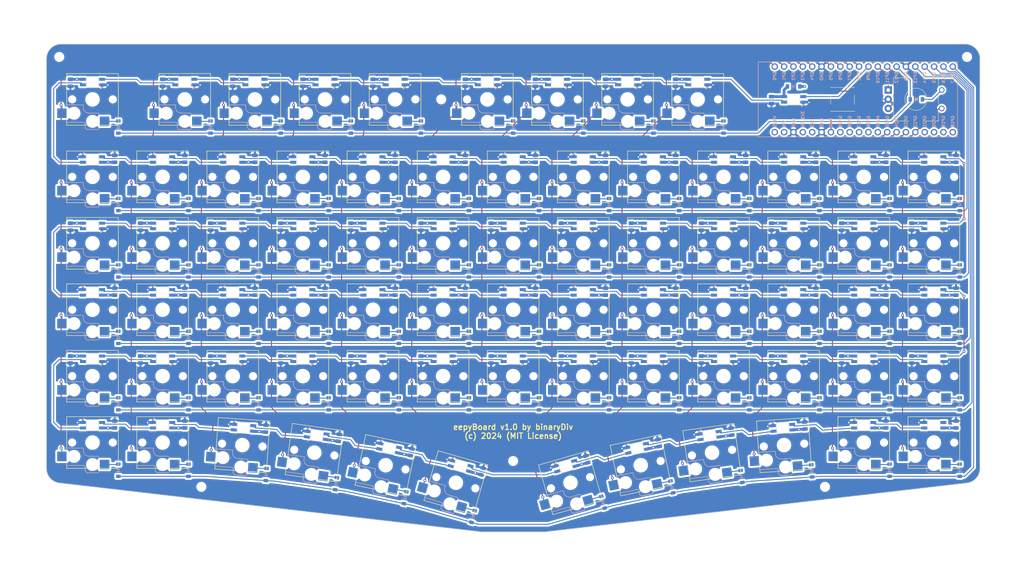
<source format=kicad_pcb>
(kicad_pcb
	(version 20240108)
	(generator "pcbnew")
	(generator_version "8.0")
	(general
		(thickness 1.6)
		(legacy_teardrops no)
	)
	(paper "A3")
	(title_block
		(title "eepyboard")
		(rev "1.0")
		(company "binaryDiv")
	)
	(layers
		(0 "F.Cu" signal)
		(1 "In1.Cu" power)
		(2 "In2.Cu" power)
		(31 "B.Cu" signal)
		(32 "B.Adhes" user "B.Adhesive")
		(33 "F.Adhes" user "F.Adhesive")
		(34 "B.Paste" user)
		(35 "F.Paste" user)
		(36 "B.SilkS" user "B.Silkscreen")
		(37 "F.SilkS" user "F.Silkscreen")
		(38 "B.Mask" user)
		(39 "F.Mask" user)
		(40 "Dwgs.User" user "User.Drawings")
		(41 "Cmts.User" user "User.Comments")
		(42 "Eco1.User" user "User.Eco1")
		(43 "Eco2.User" user "User.Eco2")
		(44 "Edge.Cuts" user)
		(45 "Margin" user)
		(46 "B.CrtYd" user "B.Courtyard")
		(47 "F.CrtYd" user "F.Courtyard")
		(48 "B.Fab" user)
		(49 "F.Fab" user)
	)
	(setup
		(stackup
			(layer "F.SilkS"
				(type "Top Silk Screen")
			)
			(layer "F.Paste"
				(type "Top Solder Paste")
			)
			(layer "F.Mask"
				(type "Top Solder Mask")
				(thickness 0.01)
			)
			(layer "F.Cu"
				(type "copper")
				(thickness 0.035)
			)
			(layer "dielectric 1"
				(type "prepreg")
				(thickness 0.1)
				(material "FR4")
				(epsilon_r 4.5)
				(loss_tangent 0.02)
			)
			(layer "In1.Cu"
				(type "copper")
				(thickness 0.035)
			)
			(layer "dielectric 2"
				(type "core")
				(thickness 1.24)
				(material "FR4")
				(epsilon_r 4.5)
				(loss_tangent 0.02)
			)
			(layer "In2.Cu"
				(type "copper")
				(thickness 0.035)
			)
			(layer "dielectric 3"
				(type "prepreg")
				(thickness 0.1)
				(material "FR4")
				(epsilon_r 4.5)
				(loss_tangent 0.02)
			)
			(layer "B.Cu"
				(type "copper")
				(thickness 0.035)
			)
			(layer "B.Mask"
				(type "Bottom Solder Mask")
				(thickness 0.01)
			)
			(layer "B.Paste"
				(type "Bottom Solder Paste")
			)
			(layer "B.SilkS"
				(type "Bottom Silk Screen")
			)
			(copper_finish "None")
			(dielectric_constraints no)
		)
		(pad_to_mask_clearance 0.05)
		(allow_soldermask_bridges_in_footprints no)
		(pcbplotparams
			(layerselection 0x00010fc_ffffffff)
			(plot_on_all_layers_selection 0x0000000_00000000)
			(disableapertmacros no)
			(usegerberextensions no)
			(usegerberattributes yes)
			(usegerberadvancedattributes yes)
			(creategerberjobfile yes)
			(dashed_line_dash_ratio 12.000000)
			(dashed_line_gap_ratio 3.000000)
			(svgprecision 4)
			(plotframeref no)
			(viasonmask no)
			(mode 1)
			(useauxorigin no)
			(hpglpennumber 1)
			(hpglpenspeed 20)
			(hpglpendiameter 15.000000)
			(pdf_front_fp_property_popups yes)
			(pdf_back_fp_property_popups yes)
			(dxfpolygonmode yes)
			(dxfimperialunits yes)
			(dxfusepcbnewfont yes)
			(psnegative no)
			(psa4output no)
			(plotreference yes)
			(plotvalue yes)
			(plotfptext yes)
			(plotinvisibletext no)
			(sketchpadsonfab no)
			(subtractmaskfromsilk no)
			(outputformat 1)
			(mirror no)
			(drillshape 0)
			(scaleselection 1)
			(outputdirectory "gerber/rev1/")
		)
	)
	(net 0 "")
	(net 1 "VCC")
	(net 2 "VIN")
	(net 3 "GND")
	(net 4 "3V3_EN")
	(net 5 "3V3")
	(net 6 "RUN")
	(net 7 "GP29")
	(net 8 "GP28")
	(net 9 "GP27")
	(net 10 "GP26")
	(net 11 "AGND")
	(net 12 "GP25")
	(net 13 "GP24")
	(net 14 "GP23")
	(net 15 "GP22")
	(net 16 "GP21")
	(net 17 "GP20")
	(net 18 "GP19")
	(net 19 "GP18")
	(net 20 "GP0")
	(net 21 "GP1")
	(net 22 "GP2")
	(net 23 "GP3")
	(net 24 "GP4")
	(net 25 "GP5")
	(net 26 "GP6")
	(net 27 "GP7")
	(net 28 "GP8")
	(net 29 "GP9")
	(net 30 "GP10")
	(net 31 "GP11")
	(net 32 "GP12")
	(net 33 "GP13")
	(net 34 "GP14")
	(net 35 "GP15")
	(net 36 "GP16")
	(net 37 "GP17")
	(net 38 "zero_mods")
	(net 39 "zero_bottom")
	(net 40 "zero_home")
	(net 41 "zero_top")
	(net 42 "zero_numbers")
	(net 43 "one_mods")
	(net 44 "one_bottom")
	(net 45 "one_home")
	(net 46 "one_top")
	(net 47 "one_numbers")
	(net 48 "two_bottom")
	(net 49 "two_home")
	(net 50 "two_top")
	(net 51 "two_numbers")
	(net 52 "three_bottom")
	(net 53 "three_home")
	(net 54 "three_top")
	(net 55 "three_numbers")
	(net 56 "four_bottom")
	(net 57 "four_home")
	(net 58 "four_top")
	(net 59 "four_numbers")
	(net 60 "five_bottom")
	(net 61 "five_home")
	(net 62 "five_top")
	(net 63 "five_numbers")
	(net 64 "six_bottom")
	(net 65 "six_home")
	(net 66 "six_top")
	(net 67 "six_numbers")
	(net 68 "seven_bottom")
	(net 69 "seven_home")
	(net 70 "seven_top")
	(net 71 "seven_numbers")
	(net 72 "eight_bottom")
	(net 73 "eight_home")
	(net 74 "eight_top")
	(net 75 "eight_numbers")
	(net 76 "nine_bottom")
	(net 77 "nine_home")
	(net 78 "nine_top")
	(net 79 "nine_numbers")
	(net 80 "ten_bottom")
	(net 81 "ten_home")
	(net 82 "ten_top")
	(net 83 "ten_numbers")
	(net 84 "eleven_mods")
	(net 85 "eleven_bottom")
	(net 86 "eleven_home")
	(net 87 "eleven_top")
	(net 88 "eleven_numbers")
	(net 89 "twelve_mods")
	(net 90 "twelve_bottom")
	(net 91 "twelve_home")
	(net 92 "twelve_top")
	(net 93 "twelve_numbers")
	(net 94 "one_default")
	(net 95 "two_default")
	(net 96 "three_default")
	(net 97 "four_default")
	(net 98 "mirror_one_default")
	(net 99 "mirror_two_default")
	(net 100 "mirror_three_default")
	(net 101 "mirror_four_default")
	(net 102 "esc_default")
	(net 103 "f1_default")
	(net 104 "f2_default")
	(net 105 "f3_default")
	(net 106 "f4_default")
	(net 107 "f5_default")
	(net 108 "f6_default")
	(net 109 "f7_default")
	(net 110 "f8_default")
	(net 111 "rotary_default")
	(net 112 "led_dout_primary_one_bottom")
	(net 113 "led_dout_primary_zero_bottom")
	(net 114 "led_dout_primary_one_top")
	(net 115 "led_dout_primary_zero_top")
	(net 116 "led_dout_primary_two_bottom")
	(net 117 "led_dout_primary_two_top")
	(net 118 "led_dout_primary_three_bottom")
	(net 119 "led_dout_primary_three_top")
	(net 120 "led_dout_primary_four_bottom")
	(net 121 "led_dout_primary_four_top")
	(net 122 "led_dout_primary_five_bottom")
	(net 123 "led_dout_primary_five_top")
	(net 124 "led_dout_primary_six_bottom")
	(net 125 "led_dout_primary_six_top")
	(net 126 "led_dout_primary_seven_bottom")
	(net 127 "led_dout_primary_seven_top")
	(net 128 "led_dout_primary_eight_bottom")
	(net 129 "led_dout_primary_eight_top")
	(net 130 "led_dout_primary_nine_bottom")
	(net 131 "led_dout_primary_nine_top")
	(net 132 "led_dout_primary_ten_bottom")
	(net 133 "led_dout_primary_ten_top")
	(net 134 "led_dout_primary_eleven_bottom")
	(net 135 "led_dout_primary_eleven_top")
	(net 136 "led_dout_primary_twelve_bottom")
	(net 137 "led_dout_primary_twelve_top")
	(net 138 "led_dout_primary_twelve_home")
	(net 139 "led_dout_primary_twelve_numbers")
	(net 140 "led_dout_function_f1_default")
	(net 141 "led_dout_function_esc_default")
	(net 142 "led_dout_function_f2_default")
	(net 143 "led_dout_function_f3_default")
	(net 144 "led_dout_function_f4_default")
	(net 145 "led_dout_function_f5_default")
	(net 146 "led_dout_function_f6_default")
	(net 147 "led_dout_function_f7_default")
	(net 148 "led_dout_function_f8_default")
	(net 149 "led_dout_status_led")
	(net 150 "led_dout_primary_zero_mods")
	(net 151 "led_dout_primary_zero_home")
	(net 152 "led_dout_primary_zero_numbers")
	(net 153 "led_dout_primary_one_mods")
	(net 154 "led_dout_primary_one_home")
	(net 155 "led_dout_primary_one_numbers")
	(net 156 "led_dout_primary_two_home")
	(net 157 "led_dout_primary_two_numbers")
	(net 158 "led_dout_primary_three_home")
	(net 159 "led_dout_primary_three_numbers")
	(net 160 "led_dout_primary_four_home")
	(net 161 "led_dout_primary_four_numbers")
	(net 162 "led_dout_primary_five_home")
	(net 163 "led_dout_primary_five_numbers")
	(net 164 "led_dout_primary_six_home")
	(net 165 "led_dout_primary_six_numbers")
	(net 166 "led_dout_primary_seven_home")
	(net 167 "led_dout_primary_seven_numbers")
	(net 168 "led_dout_primary_eight_home")
	(net 169 "led_dout_primary_eight_numbers")
	(net 170 "led_dout_primary_nine_home")
	(net 171 "led_dout_primary_nine_numbers")
	(net 172 "led_dout_primary_ten_home")
	(net 173 "led_dout_primary_ten_numbers")
	(net 174 "led_dout_thumb_mirror_one_default")
	(net 175 "led_dout_primary_eleven_mods")
	(net 176 "led_dout_primary_eleven_home")
	(net 177 "led_dout_primary_eleven_numbers")
	(net 178 "led_dout_primary_twelve_mods")
	(net 179 "led_dout_thumb_one_default")
	(net 180 "led_dout_thumb_two_default")
	(net 181 "led_dout_thumb_three_default")
	(net 182 "led_dout_thumb_four_default")
	(net 183 "led_dout_thumb_mirror_two_default")
	(net 184 "led_dout_thumb_mirror_three_default")
	(net 185 "led_dout_thumb_mirror_four_default")
	(net 186 "VCC_status_led")
	(footprint "PG1350" (layer "F.Cu") (at 271.082827 95.91234 180))
	(footprint "SK6812-MINI-E" (layer "F.Cu") (at 233.082832 127.212336))
	(footprint "PG1350" (layer "F.Cu") (at 309.082833 113.912336 180))
	(footprint "SK6812-MINI-E" (layer "F.Cu") (at 138.082828 73.212341 180))
	(footprint "PG1350" (layer "F.Cu") (at 119.082827 131.91234 180))
	(footprint "SK6812-MINI-E" (layer "F.Cu") (at 267.314894 147.993189 -172))
	(footprint "PG1350" (layer "F.Cu") (at 271.082829 113.912343 180))
	(footprint "PG1350" (layer "F.Cu") (at 309.082828 77.912335 180))
	(footprint "SK6812-MINI-E" (layer "F.Cu") (at 214.082827 127.212341))
	(footprint "PG1350" (layer "F.Cu") (at 214.082829 95.912335 180))
	(footprint "MountingHole_2.2mm_M2" (layer "F.Cu") (at 214.08283 154.912338))
	(footprint "PG1350" (layer "F.Cu") (at 233.082828 95.912343 180))
	(footprint "PG1350" (layer "F.Cu") (at 214.082828 77.912343 180))
	(footprint "MountingHole_2.2mm_M2" (layer "F.Cu") (at 194.58283 56.912343))
	(footprint "SK6812-MINI-E" (layer "F.Cu") (at 119.082826 91.212337))
	(footprint "MountingHole_2.2mm_M2" (layer "F.Cu") (at 337.082829 45.412336))
	(footprint "PG1350" (layer "F.Cu") (at 214.082828 131.91234 180))
	(footprint "PG1350" (layer "F.Cu") (at 252.082829 113.912339 180))
	(footprint "SK6812-MINI-E" (layer "F.Cu") (at 100.082827 127.212344))
	(footprint "PG1350" (layer "F.Cu") (at 245.082826 56.912345 180))
	(footprint "SK6812-MINI-E" (layer "F.Cu") (at 182.082832 52.212337))
	(footprint "SK6812-MINI-E" (layer "F.Cu") (at 228.320994 156.281597 -164))
	(footprint "PG1350" (layer "F.Cu") (at 290.082833 95.912333 180))
	(footprint "SK6812-MINI-E" (layer "F.Cu") (at 119.082832 145.212345 180))
	(footprint "PG1350" (layer "F.Cu") (at 198.549171 160.799525 164))
	(footprint "SK6812-MINI-E" (layer "F.Cu") (at 264.082827 52.212345))
	(footprint "PG1350" (layer "F.Cu") (at 309.082828 95.912341 180))
	(footprint "PG1350"
		(layer "F.Cu")
		(uuid "30cd4c5d-00cb-4547-8f5b-e53290aadede")
		(at 252.082826 131.912335 180)
		(property "Reference" "S35"
			(at 0 0 0)
			(layer "F.SilkS")
			(hide yes)
			(uuid "bf21efef-1956-48a7-a7a0-8cdc459b0fa1")
			(effects
				(font
					(size 1.27 1.27)
					(thickness 0.15)
				)
			)
		)
		(property "Value" ""
			(at 0 0 0)
			(layer "F.SilkS")
			(hide yes)
			(uuid "9b78634a-df9d-41a5-9763-e1ce22e6b6e8")
			(effects
				(font
					(size 1.27 1.27)
					(thickness 0.15)
				)
			)
		)
		(property "Footprint" ""
			(at 0 0 0)
			(layer "F.Fab")
			(hide yes)
			(uuid "07ffe6cf-5b32-462e-927d-e90ef4e21e22")
			(effects
				(font
					(size 1.27 1.27)
					(thickness 0.15)
				)
			)
		)
		(property "Datasheet" ""
			(at 0 0 0)
			(layer "F.Fab")
			(hide yes)
			(uuid "ceb1b8d1-f096-42c2-a717-0fbc0c3a752a")
			(effects
				(font
					(size 1.27 1.27)
					(thickness 0.15)
				)
			)
		)
		(property "Description" ""
			(at 0 0 0)
			(layer "F.Fab")
			(hide yes)
			(uuid "0156eb17-e086-4317-b057-04e25b98424c")
			(effects
				(font
					(size 1.27 1.27)
					(thickness 0.15)
				)
			)
		)
		(attr smd)
		(fp_line
			(start 7 -1.5)
			(end 7 -2)
			(stroke
				(width 0.15)
				(type solid)
			)
			(layer "B.SilkS")
			(uuid "510bd869-2d62-43bd-84f2-e45a8125353e")
		)
		(fp_line
			(start 7 -5.599999)
			(end 6.999999 -6.2)
			(stroke
				(width 0.15)
				(type solid)
			)
			(layer "B.SilkS")
			(uuid "0512f40f-0bf8-4986-bdfe-2caf536e0c99")
		)
		(fp_line
			(start 6.999999 -6.2)
			(end 2.5 -6.2)
			(stroke
				(width 0.15)
				(type solid)
			)
			(layer "B.SilkS")
			(uuid "08cb0f8b-1908-4227-a1e7-05bfa04d3a91")
		)
		(fp_line
			(start 2.5 -1.5)
			(end 7 -1.5)
			(stroke
				(width 0.15)
				(type solid)
			)
			(layer "B.SilkS")
			(uuid "76f701a3-b2c5-4f55-8b4e-38638f3ccb77")
		)
		(fp_line
			(start 2.499999 -2.2)
			(end 2.5 -1.5)
			(stroke
				(width 0.15)
				(type solid)
			)
			(layer "B.SilkS")
			(uuid "1dadb872-ceb6-4028-a51c-487aa0078012")
		)
		(fp_line
			(start 2 -6.7)
			(end 2 -7.7)
			(stroke
				(width 0.15)
				(type solid)
			)
			(layer "B.SilkS")
			(uuid "2c432298-de99-4f10-908b-4db5129db134")
		)
		(fp_line
			(start 1.5 -8.2)
			(end 2 -7.7)
			(stroke
				(width 0.15)
				(type solid)
			)
			(layer "B.SilkS")
			(uuid "eda75977-4982-4edf-9654-99ea20bca5b4")
		)
		(fp_line
			(start -1.5 -3.7)
			(end 1.000002 -3.7)
			(stroke
				(width 0.15)
				(type solid)
			)
			(layer "B.SilkS")
			(uuid "78751912-9d0b-406a-9329-a79f75a422eb")
		)
		(fp_line
			(start -1.5 -8.2)
			(end 1.5 -8.2)
			(stroke
				(width 0.15)
				(type solid)
			)
			(layer "B.SilkS")
			(uuid "9f959b69-fe69-4d64-97b4-96bd06119a58")
		)
		(fp_line
			(start -2 -4.200002)
			(end -1.5 -3.7)
			(stroke
				(width 0.15)
				(type solid)
			)
			(layer "B.SilkS")
			(uuid "d35a586d-0ff1-4ec2-9eee-0140936b1a30")
		)
		(fp_line
			(start -2 -7.7)
			(end -1.5 -8.2)
			(stroke
				(width 0.15)
				(type solid)
			)
			(layer "B.SilkS")
			(uuid "6caeece9-00f7-4c6e-b3e5-34e5ac1f1543")
		)
		(fp_arc
			(start 2.5 -6.2)
			(mid 2.146447 -6.346447)
			(end 2 -6.7)
			(stroke
				(width 0.15)
				(type solid)
			)
			(layer "B.SilkS")
			(uuid "475df2aa-9dc5-47ea-a0ac-29fd6db8a089")
		)
		(fp_arc
			(start 1.000002 -3.7)
			(mid 2.060661 -3.260659)
			(end 2.499999 -2.2)
			(stroke
				(width 0.15)
				(type solid)
			)
			(layer "B.SilkS")
			(uuid "5a8528b8-d513-48cb-a47e-3c760e64209e")
		)
		(fp_line
			(start 7 7)
			(end -7 7)
			(stroke
				(width 0.15)
				(type solid)
			)
			(layer "F.SilkS")
			(uuid "ccbcefb3-ead7-43ba-ba5a-f8cbe550c2e2")
		)
		(fp_line
			(start 7 -7)
			(end 7 7)
			(stroke
				(width 0.15)
				(type solid)
			)
			(layer "F.SilkS")
			(uuid "3c37d492-354e-45fe-b78b-964734ca495b")
		)
		(fp_line
			(start 1.5 -7)
			(end 7 -7)
			(stroke
				(width 0.15)
				(type solid)
			)
			(layer "F.SilkS")
			(uuid "aee64d9b-1500-45f8-9594-c0bca09cfdc4")
		)
		(fp_line
			(start -7 7)
			(end -7 -7)
			(stroke
				(width 0.15)
				(type solid)
			)
			(layer "F.SilkS")
			(uuid "16a6cfe4-f6f0-4658-b50c-5d462ae11a16")
		)
		(fp_line
			(start -7 -7)
			(end -1.5 -7)
			(stroke
				(width 0.15)
				(type solid)
			)
			(layer "F.SilkS")
			(uuid "25956645-edd7-44ae-9814-35c2d6e346b0")
		)
		(fp_line
			(start 8.999994 8.499999)
			(end -8.999994 8.499999)
			(stroke
				(width 0.15)
				(type solid)
			)
			(layer "Dwgs.User")
			(uuid "7e3d98fb-ebe3-4641-97db-3b4cf0dc7131")
		)
		(fp_line
			(start 8.999994 -8.499999)
			(end 8.999994 8.499999)
			(stroke
				(width 0.15)
				(type solid)
			)
			(layer "Dwgs.User")
			(uuid "57c94066-a61d-49d4-ae36-f3ec7368fcab")
		)
		(fp_line
			(start 2.6 6.3)
			(end -2.6 6.3)
			(stroke
				(width 0.15)
				(type solid)
			)
			(layer "Dwgs.User")
			(uuid "86b566ec-0d18-47ab-9589-c37ed6cf4bcd")
		)
		(fp_line
			(start 2.6 3.1)
			(end 2.6 6.3)
			(stroke
				(width 0.15)
				(type solid)
			)
			(layer "Dwgs.User")
			(uuid "64823b0d-3849-4985-9f0e-886f9b187cc2")
		)
		(fp_line
			(start -2.6 3.1)
			(end 2.6 3.1)
			(stroke
				(width 0.15)
				(type solid)
			)
			(layer "Dwgs.User")
			(uuid "6b37552a-c2a8-49df-b7a7-b5f2a60c589e")
		)
		(fp_line
			(start -2.6 3.1)
			(end -2.6 6.3)
			(stroke
				(width 0.15)
				(type solid)
			)
			(layer "Dwgs.User")
			(uuid "2fab3b79-a3f8-4ad7-b4f8-f6445de27f1a")
		)
		(fp_line
			(start -8.999994 8.499999)
			(end -8.999994 -8.499999)
			(stroke
				(width 0.15)
				(type solid)
			)
			(layer "Dwgs.User")
			(uuid "9e5d6d20-92c8-4da6-a03a-16e0708c2150")
		)
		(fp_line
			(start -8.999994 -8.499999)
			(end 8.999994 -8.499999)
			(stroke
				(width 0.15)
				(type solid)
			)
			(layer "Dwgs.User")
			(uuid "1f9c3abd-5b64-4a5a-bded-04870d52c84f")
		)
		(fp_line
			(start 9.5 -2.5)
			(end 7 -2.5)
			(stroke
				(width 0.12)
				(type solid)
			)
			(layer "B.Fab")
			(uuid "56f174a0-ecb4-43df-8056-2daa67c73ff7")
		)
		(fp_line
			(start 9.5 -5)
			(end 9.5
... [5513268 chars truncated]
</source>
